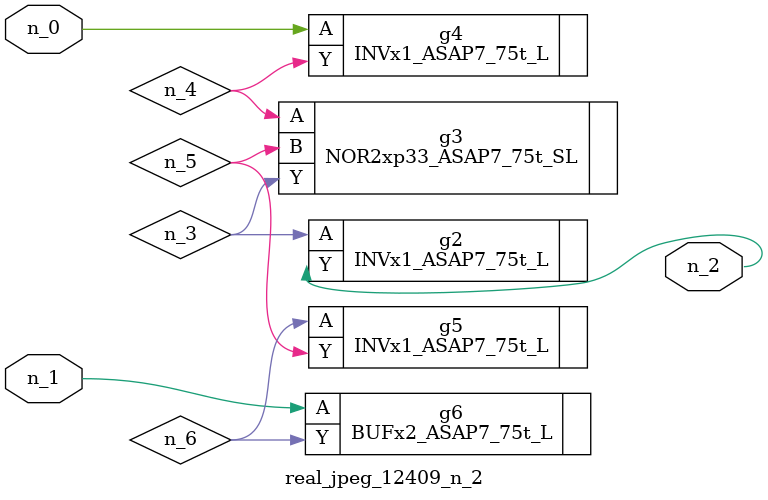
<source format=v>
module real_jpeg_12409_n_2 (n_1, n_0, n_2);

input n_1;
input n_0;

output n_2;

wire n_5;
wire n_4;
wire n_6;
wire n_3;

INVx1_ASAP7_75t_L g4 ( 
.A(n_0),
.Y(n_4)
);

BUFx2_ASAP7_75t_L g6 ( 
.A(n_1),
.Y(n_6)
);

INVx1_ASAP7_75t_L g2 ( 
.A(n_3),
.Y(n_2)
);

NOR2xp33_ASAP7_75t_SL g3 ( 
.A(n_4),
.B(n_5),
.Y(n_3)
);

INVx1_ASAP7_75t_L g5 ( 
.A(n_6),
.Y(n_5)
);


endmodule
</source>
